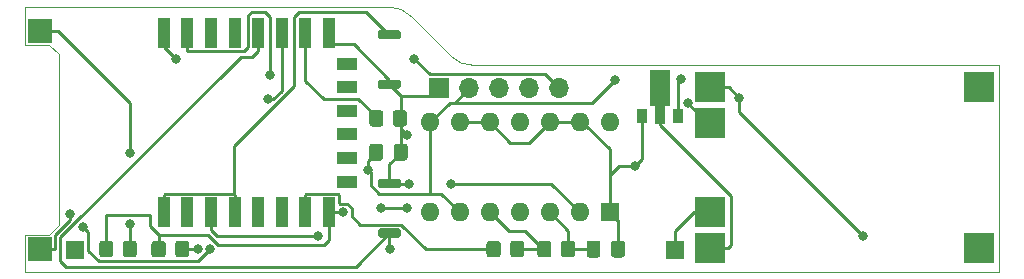
<source format=gbr>
%TF.GenerationSoftware,KiCad,Pcbnew,(5.1.7)-1*%
%TF.CreationDate,2021-10-09T11:13:05+02:00*%
%TF.ProjectId,window-sensor,77696e64-6f77-42d7-9365-6e736f722e6b,rev?*%
%TF.SameCoordinates,PX7270e00PY57bcf00*%
%TF.FileFunction,Copper,L1,Top*%
%TF.FilePolarity,Positive*%
%FSLAX46Y46*%
G04 Gerber Fmt 4.6, Leading zero omitted, Abs format (unit mm)*
G04 Created by KiCad (PCBNEW (5.1.7)-1) date 2021-10-09 11:13:05*
%MOMM*%
%LPD*%
G01*
G04 APERTURE LIST*
%TA.AperFunction,Profile*%
%ADD10C,0.050000*%
%TD*%
%TA.AperFunction,ComponentPad*%
%ADD11O,1.600000X1.600000*%
%TD*%
%TA.AperFunction,ComponentPad*%
%ADD12R,1.600000X1.600000*%
%TD*%
%TA.AperFunction,ComponentPad*%
%ADD13O,1.700000X1.700000*%
%TD*%
%TA.AperFunction,ComponentPad*%
%ADD14R,1.700000X1.700000*%
%TD*%
%TA.AperFunction,SMDPad,CuDef*%
%ADD15R,1.000000X2.500000*%
%TD*%
%TA.AperFunction,SMDPad,CuDef*%
%ADD16R,1.800000X1.000000*%
%TD*%
%TA.AperFunction,ComponentPad*%
%ADD17R,1.500000X1.500000*%
%TD*%
%TA.AperFunction,SMDPad,CuDef*%
%ADD18R,2.540000X2.540000*%
%TD*%
%TA.AperFunction,SMDPad,CuDef*%
%ADD19R,2.000000X2.000000*%
%TD*%
%TA.AperFunction,SMDPad,CuDef*%
%ADD20C,0.100000*%
%TD*%
%TA.AperFunction,SMDPad,CuDef*%
%ADD21R,0.900000X1.300000*%
%TD*%
%TA.AperFunction,ViaPad*%
%ADD22C,0.800000*%
%TD*%
%TA.AperFunction,Conductor*%
%ADD23C,0.250000*%
%TD*%
G04 APERTURE END LIST*
D10*
X-4900000Y-4100000D02*
X-4100000Y-4900000D01*
X-4900000Y-20200000D02*
X-4100000Y-19400000D01*
X-7000000Y-23300000D02*
X-7000000Y-20200000D01*
X-4900000Y-20200000D02*
X-7000000Y-20200000D01*
X-4100000Y-4900000D02*
X-4100000Y-19400000D01*
X-7000000Y-4100000D02*
X-4900000Y-4100000D01*
X23900000Y-900000D02*
G75*
G02*
X25770760Y-1744841I-59239J-2624840D01*
G01*
X30817250Y-5799023D02*
G75*
G02*
X29210000Y-5150000I-107250J2049023D01*
G01*
X30817250Y-5799024D02*
X75500000Y-5800000D01*
X25770760Y-1744841D02*
X29210000Y-5150000D01*
X-7000000Y-4100000D02*
X-7000000Y-900000D01*
X75500000Y-23300000D02*
X-7000000Y-23300000D01*
X75500000Y-5800000D02*
X75500000Y-23300000D01*
X-7000000Y-900000D02*
X23900000Y-900000D01*
D11*
%TO.P,U3,14*%
%TO.N,+3V3*%
X27300000Y-10680000D03*
D12*
%TO.P,U3,7*%
%TO.N,GND*%
X42540000Y-18300000D03*
D11*
%TO.P,U3,13*%
%TO.N,N/C*%
X29840000Y-10680000D03*
%TO.P,U3,6*%
%TO.N,EN*%
X40000000Y-18300000D03*
%TO.P,U3,12*%
%TO.N,N/C*%
X32380000Y-10680000D03*
%TO.P,U3,5*%
%TO.N,Net-(100nF-1-Pad1)*%
X37460000Y-18300000D03*
%TO.P,U3,11*%
%TO.N,N/C*%
X34920000Y-10680000D03*
%TO.P,U3,4*%
%TO.N,Net-(1M-1-Pad2)*%
X34920000Y-18300000D03*
%TO.P,U3,10*%
%TO.N,N/C*%
X37460000Y-10680000D03*
%TO.P,U3,3*%
%TO.N,Net-(10k-1-Pad2)*%
X32380000Y-18300000D03*
%TO.P,U3,9*%
%TO.N,GND*%
X40000000Y-10680000D03*
%TO.P,U3,2*%
%TO.N,+3V3*%
X29840000Y-18300000D03*
%TO.P,U3,8*%
%TO.N,N/C*%
X42540000Y-10680000D03*
%TO.P,U3,1*%
%TO.N,Net-(1M-1-Pad2)*%
X27300000Y-18300000D03*
%TD*%
D13*
%TO.P,J1,5*%
%TO.N,Net-(ESP-12E1-Pad22)*%
X38220000Y-7800000D03*
%TO.P,J1,4*%
%TO.N,Net-(ESP-12E1-Pad21)*%
X35680000Y-7800000D03*
%TO.P,J1,3*%
%TO.N,Net-(ESP-12E1-Pad18)*%
X33140000Y-7800000D03*
%TO.P,J1,2*%
%TO.N,+3V3*%
X30600000Y-7800000D03*
D14*
%TO.P,J1,1*%
%TO.N,GND*%
X28060000Y-7800000D03*
%TD*%
%TO.P,100nF-1,2*%
%TO.N,GND*%
%TA.AperFunction,SMDPad,CuDef*%
G36*
G01*
X42650000Y-21875000D02*
X42650000Y-20925000D01*
G75*
G02*
X42900000Y-20675000I250000J0D01*
G01*
X43575000Y-20675000D01*
G75*
G02*
X43825000Y-20925000I0J-250000D01*
G01*
X43825000Y-21875000D01*
G75*
G02*
X43575000Y-22125000I-250000J0D01*
G01*
X42900000Y-22125000D01*
G75*
G02*
X42650000Y-21875000I0J250000D01*
G01*
G37*
%TD.AperFunction*%
%TO.P,100nF-1,1*%
%TO.N,Net-(100nF-1-Pad1)*%
%TA.AperFunction,SMDPad,CuDef*%
G36*
G01*
X40575000Y-21875000D02*
X40575000Y-20925000D01*
G75*
G02*
X40825000Y-20675000I250000J0D01*
G01*
X41500000Y-20675000D01*
G75*
G02*
X41750000Y-20925000I0J-250000D01*
G01*
X41750000Y-21875000D01*
G75*
G02*
X41500000Y-22125000I-250000J0D01*
G01*
X40825000Y-22125000D01*
G75*
G02*
X40575000Y-21875000I0J250000D01*
G01*
G37*
%TD.AperFunction*%
%TD*%
D15*
%TO.P,ESP-12E1,22*%
%TO.N,Net-(ESP-12E1-Pad22)*%
X4770000Y-3090000D03*
%TO.P,ESP-12E1,21*%
%TO.N,Net-(ESP-12E1-Pad21)*%
X6770000Y-3090000D03*
%TO.P,ESP-12E1,20*%
%TO.N,Net-(ESP-12E1-Pad20)*%
X8770000Y-3090000D03*
%TO.P,ESP-12E1,19*%
%TO.N,Net-(ESP-12E1-Pad19)*%
X10770000Y-3090000D03*
%TO.P,ESP-12E1,18*%
%TO.N,Net-(ESP-12E1-Pad18)*%
X12770000Y-3090000D03*
%TO.P,ESP-12E1,17*%
%TO.N,Net-(10k-3-Pad1)*%
X14770000Y-3090000D03*
%TO.P,ESP-12E1,16*%
%TO.N,Net-(10k-4-Pad2)*%
X16770000Y-3090000D03*
%TO.P,ESP-12E1,15*%
%TO.N,GND*%
X18770000Y-3090000D03*
D16*
%TO.P,ESP-12E1,14*%
%TO.N,Net-(ESP-12E1-Pad14)*%
X20270000Y-5690000D03*
%TO.P,ESP-12E1,13*%
%TO.N,Net-(ESP-12E1-Pad13)*%
X20270000Y-7690000D03*
%TO.P,ESP-12E1,12*%
%TO.N,Net-(ESP-12E1-Pad12)*%
X20270000Y-9690000D03*
%TO.P,ESP-12E1,11*%
%TO.N,Net-(ESP-12E1-Pad11)*%
X20270000Y-11690000D03*
%TO.P,ESP-12E1,10*%
%TO.N,Net-(ESP-12E1-Pad10)*%
X20270000Y-13690000D03*
%TO.P,ESP-12E1,9*%
%TO.N,Net-(ESP-12E1-Pad9)*%
X20270000Y-15690000D03*
D15*
%TO.P,ESP-12E1,8*%
%TO.N,+3V3*%
X18770000Y-18290000D03*
%TO.P,ESP-12E1,7*%
%TO.N,GPIO13*%
X16770000Y-18290000D03*
%TO.P,ESP-12E1,6*%
%TO.N,Net-(ESP-12E1-Pad6)*%
X14770000Y-18290000D03*
%TO.P,ESP-12E1,5*%
%TO.N,Net-(ESP-12E1-Pad5)*%
X12770000Y-18290000D03*
%TO.P,ESP-12E1,4*%
%TO.N,Net-(ESP-12E1-Pad1)*%
X10770000Y-18290000D03*
%TO.P,ESP-12E1,3*%
%TO.N,EN*%
X8770000Y-18290000D03*
%TO.P,ESP-12E1,2*%
%TO.N,Net-(ESP-12E1-Pad2)*%
X6770000Y-18290000D03*
%TO.P,ESP-12E1,1*%
%TO.N,Net-(ESP-12E1-Pad1)*%
X4770000Y-18290000D03*
%TD*%
D17*
%TO.P,GND,1*%
%TO.N,GND1*%
X-2700000Y-21500000D03*
%TD*%
%TO.P,3V7,1*%
%TO.N,+3V8*%
X48100000Y-21500000D03*
%TD*%
D18*
%TO.P,TP4056,+*%
%TO.N,N/C*%
X73800000Y-21300000D03*
%TO.P,TP4056,-*%
X73800000Y-7700000D03*
%TO.P,TP4056,OUT+*%
%TO.N,+3V8*%
X51000000Y-21300000D03*
%TO.P,TP4056,B+*%
X51000000Y-18300000D03*
%TO.P,TP4056,B-*%
%TO.N,GND1*%
X51000000Y-10700000D03*
%TO.P,TP4056,OUT-*%
%TO.N,GND*%
X51000000Y-7700000D03*
%TD*%
%TO.P,10k-3,2*%
%TO.N,+3V3*%
%TA.AperFunction,SMDPad,CuDef*%
G36*
G01*
X4933333Y-20949999D02*
X4933333Y-21850001D01*
G75*
G02*
X4683334Y-22100000I-249999J0D01*
G01*
X3983332Y-22100000D01*
G75*
G02*
X3733333Y-21850001I0J249999D01*
G01*
X3733333Y-20949999D01*
G75*
G02*
X3983332Y-20700000I249999J0D01*
G01*
X4683334Y-20700000D01*
G75*
G02*
X4933333Y-20949999I0J-249999D01*
G01*
G37*
%TD.AperFunction*%
%TO.P,10k-3,1*%
%TO.N,Net-(10k-3-Pad1)*%
%TA.AperFunction,SMDPad,CuDef*%
G36*
G01*
X6933333Y-20949999D02*
X6933333Y-21850001D01*
G75*
G02*
X6683334Y-22100000I-249999J0D01*
G01*
X5983332Y-22100000D01*
G75*
G02*
X5733333Y-21850001I0J249999D01*
G01*
X5733333Y-20949999D01*
G75*
G02*
X5983332Y-20700000I249999J0D01*
G01*
X6683334Y-20700000D01*
G75*
G02*
X6933333Y-20949999I0J-249999D01*
G01*
G37*
%TD.AperFunction*%
%TD*%
%TO.P,FLASH1,1*%
%TO.N,Net-(ESP-12E1-Pad18)*%
%TA.AperFunction,SMDPad,CuDef*%
G36*
G01*
X24680000Y-20450000D02*
X23080000Y-20450000D01*
G75*
G02*
X22880000Y-20250000I0J200000D01*
G01*
X22880000Y-19850000D01*
G75*
G02*
X23080000Y-19650000I200000J0D01*
G01*
X24680000Y-19650000D01*
G75*
G02*
X24880000Y-19850000I0J-200000D01*
G01*
X24880000Y-20250000D01*
G75*
G02*
X24680000Y-20450000I-200000J0D01*
G01*
G37*
%TD.AperFunction*%
%TO.P,FLASH1,2*%
%TO.N,GND*%
%TA.AperFunction,SMDPad,CuDef*%
G36*
G01*
X24680000Y-16250000D02*
X23080000Y-16250000D01*
G75*
G02*
X22880000Y-16050000I0J200000D01*
G01*
X22880000Y-15650000D01*
G75*
G02*
X23080000Y-15450000I200000J0D01*
G01*
X24680000Y-15450000D01*
G75*
G02*
X24880000Y-15650000I0J-200000D01*
G01*
X24880000Y-16050000D01*
G75*
G02*
X24680000Y-16250000I-200000J0D01*
G01*
G37*
%TD.AperFunction*%
%TD*%
%TO.P,RESET1,1*%
%TO.N,GND*%
%TA.AperFunction,SMDPad,CuDef*%
G36*
G01*
X24680000Y-7850000D02*
X23080000Y-7850000D01*
G75*
G02*
X22880000Y-7650000I0J200000D01*
G01*
X22880000Y-7250000D01*
G75*
G02*
X23080000Y-7050000I200000J0D01*
G01*
X24680000Y-7050000D01*
G75*
G02*
X24880000Y-7250000I0J-200000D01*
G01*
X24880000Y-7650000D01*
G75*
G02*
X24680000Y-7850000I-200000J0D01*
G01*
G37*
%TD.AperFunction*%
%TO.P,RESET1,2*%
%TO.N,Net-(ESP-12E1-Pad1)*%
%TA.AperFunction,SMDPad,CuDef*%
G36*
G01*
X24680000Y-3650000D02*
X23080000Y-3650000D01*
G75*
G02*
X22880000Y-3450000I0J200000D01*
G01*
X22880000Y-3050000D01*
G75*
G02*
X23080000Y-2850000I200000J0D01*
G01*
X24680000Y-2850000D01*
G75*
G02*
X24880000Y-3050000I0J-200000D01*
G01*
X24880000Y-3450000D01*
G75*
G02*
X24680000Y-3650000I-200000J0D01*
G01*
G37*
%TD.AperFunction*%
%TD*%
D19*
%TO.P,REED1,1*%
%TO.N,GND*%
X-5700000Y-21360000D03*
%TO.P,REED1,2*%
%TO.N,Net-(1M-1-Pad2)*%
X-5700000Y-2920000D03*
%TD*%
%TO.P,10k-2,1*%
%TO.N,Net-(100nF-1-Pad1)*%
%TA.AperFunction,SMDPad,CuDef*%
G36*
G01*
X39600000Y-20949999D02*
X39600000Y-21850001D01*
G75*
G02*
X39350001Y-22100000I-249999J0D01*
G01*
X38649999Y-22100000D01*
G75*
G02*
X38400000Y-21850001I0J249999D01*
G01*
X38400000Y-20949999D01*
G75*
G02*
X38649999Y-20700000I249999J0D01*
G01*
X39350001Y-20700000D01*
G75*
G02*
X39600000Y-20949999I0J-249999D01*
G01*
G37*
%TD.AperFunction*%
%TO.P,10k-2,2*%
%TO.N,Net-(10k-1-Pad2)*%
%TA.AperFunction,SMDPad,CuDef*%
G36*
G01*
X37600000Y-20949999D02*
X37600000Y-21850001D01*
G75*
G02*
X37350001Y-22100000I-249999J0D01*
G01*
X36649999Y-22100000D01*
G75*
G02*
X36400000Y-21850001I0J249999D01*
G01*
X36400000Y-20949999D01*
G75*
G02*
X36649999Y-20700000I249999J0D01*
G01*
X37350001Y-20700000D01*
G75*
G02*
X37600000Y-20949999I0J-249999D01*
G01*
G37*
%TD.AperFunction*%
%TD*%
%TO.P,10k-1,1*%
%TO.N,GPIO13*%
%TA.AperFunction,SMDPad,CuDef*%
G36*
G01*
X32100000Y-21850001D02*
X32100000Y-20949999D01*
G75*
G02*
X32349999Y-20700000I249999J0D01*
G01*
X33050001Y-20700000D01*
G75*
G02*
X33300000Y-20949999I0J-249999D01*
G01*
X33300000Y-21850001D01*
G75*
G02*
X33050001Y-22100000I-249999J0D01*
G01*
X32349999Y-22100000D01*
G75*
G02*
X32100000Y-21850001I0J249999D01*
G01*
G37*
%TD.AperFunction*%
%TO.P,10k-1,2*%
%TO.N,Net-(10k-1-Pad2)*%
%TA.AperFunction,SMDPad,CuDef*%
G36*
G01*
X34100000Y-21850001D02*
X34100000Y-20949999D01*
G75*
G02*
X34349999Y-20700000I249999J0D01*
G01*
X35050001Y-20700000D01*
G75*
G02*
X35300000Y-20949999I0J-249999D01*
G01*
X35300000Y-21850001D01*
G75*
G02*
X35050001Y-22100000I-249999J0D01*
G01*
X34349999Y-22100000D01*
G75*
G02*
X34100000Y-21850001I0J249999D01*
G01*
G37*
%TD.AperFunction*%
%TD*%
%TO.P,1M-1,1*%
%TO.N,+3V3*%
%TA.AperFunction,SMDPad,CuDef*%
G36*
G01*
X-700000Y-21850001D02*
X-700000Y-20949999D01*
G75*
G02*
X-450001Y-20700000I249999J0D01*
G01*
X250001Y-20700000D01*
G75*
G02*
X500000Y-20949999I0J-249999D01*
G01*
X500000Y-21850001D01*
G75*
G02*
X250001Y-22100000I-249999J0D01*
G01*
X-450001Y-22100000D01*
G75*
G02*
X-700000Y-21850001I0J249999D01*
G01*
G37*
%TD.AperFunction*%
%TO.P,1M-1,2*%
%TO.N,Net-(1M-1-Pad2)*%
%TA.AperFunction,SMDPad,CuDef*%
G36*
G01*
X1300000Y-21850001D02*
X1300000Y-20949999D01*
G75*
G02*
X1549999Y-20700000I249999J0D01*
G01*
X2250001Y-20700000D01*
G75*
G02*
X2500000Y-20949999I0J-249999D01*
G01*
X2500000Y-21850001D01*
G75*
G02*
X2250001Y-22100000I-249999J0D01*
G01*
X1549999Y-22100000D01*
G75*
G02*
X1300000Y-21850001I0J249999D01*
G01*
G37*
%TD.AperFunction*%
%TD*%
%TA.AperFunction,SMDPad,CuDef*%
D20*
%TO.P,HT7333,2*%
%TO.N,+3V8*%
G36*
X47666500Y-6200000D02*
G01*
X47666500Y-9325000D01*
X47250000Y-9325000D01*
X47250000Y-10800000D01*
X46350000Y-10800000D01*
X46350000Y-9325000D01*
X45933500Y-9325000D01*
X45933500Y-6200000D01*
X47666500Y-6200000D01*
G37*
%TD.AperFunction*%
D21*
%TO.P,HT7333,3*%
%TO.N,+3V3*%
X48300000Y-10150000D03*
%TO.P,HT7333,1*%
%TO.N,GND*%
X45300000Y-10150000D03*
%TD*%
%TO.P,10k-4,2*%
%TO.N,Net-(10k-4-Pad2)*%
%TA.AperFunction,SMDPad,CuDef*%
G36*
G01*
X23370000Y-9883332D02*
X23370000Y-10783334D01*
G75*
G02*
X23120001Y-11033333I-249999J0D01*
G01*
X22419999Y-11033333D01*
G75*
G02*
X22170000Y-10783334I0J249999D01*
G01*
X22170000Y-9883332D01*
G75*
G02*
X22419999Y-9633333I249999J0D01*
G01*
X23120001Y-9633333D01*
G75*
G02*
X23370000Y-9883332I0J-249999D01*
G01*
G37*
%TD.AperFunction*%
%TO.P,10k-4,1*%
%TO.N,GND*%
%TA.AperFunction,SMDPad,CuDef*%
G36*
G01*
X25370000Y-9883332D02*
X25370000Y-10783334D01*
G75*
G02*
X25120001Y-11033333I-249999J0D01*
G01*
X24419999Y-11033333D01*
G75*
G02*
X24170000Y-10783334I0J249999D01*
G01*
X24170000Y-9883332D01*
G75*
G02*
X24419999Y-9633333I249999J0D01*
G01*
X25120001Y-9633333D01*
G75*
G02*
X25370000Y-9883332I0J-249999D01*
G01*
G37*
%TD.AperFunction*%
%TD*%
%TO.P,100nF-2,1*%
%TO.N,+3V3*%
%TA.AperFunction,SMDPad,CuDef*%
G36*
G01*
X22175000Y-13671666D02*
X22175000Y-12721666D01*
G75*
G02*
X22425000Y-12471666I250000J0D01*
G01*
X23100000Y-12471666D01*
G75*
G02*
X23350000Y-12721666I0J-250000D01*
G01*
X23350000Y-13671666D01*
G75*
G02*
X23100000Y-13921666I-250000J0D01*
G01*
X22425000Y-13921666D01*
G75*
G02*
X22175000Y-13671666I0J250000D01*
G01*
G37*
%TD.AperFunction*%
%TO.P,100nF-2,2*%
%TO.N,GND*%
%TA.AperFunction,SMDPad,CuDef*%
G36*
G01*
X24250000Y-13671666D02*
X24250000Y-12721666D01*
G75*
G02*
X24500000Y-12471666I250000J0D01*
G01*
X25175000Y-12471666D01*
G75*
G02*
X25425000Y-12721666I0J-250000D01*
G01*
X25425000Y-13671666D01*
G75*
G02*
X25175000Y-13921666I-250000J0D01*
G01*
X24500000Y-13921666D01*
G75*
G02*
X24250000Y-13671666I0J250000D01*
G01*
G37*
%TD.AperFunction*%
%TD*%
D22*
%TO.N,GND*%
X8700000Y-21400000D03*
X64000000Y-20300000D03*
X53500000Y-8599996D03*
X25400004Y-11700004D03*
X44700000Y-14400000D03*
X-3200000Y-18400000D03*
X-2062660Y-19537340D03*
X25499998Y-15900000D03*
%TO.N,EN*%
X17800000Y-20300000D03*
X25400000Y-17900000D03*
X23200000Y-17900000D03*
X29100000Y-15900000D03*
%TO.N,GND1*%
X49133967Y-9038932D03*
%TO.N,Net-(ESP-12E1-Pad22)*%
X5800000Y-5300000D03*
X25999976Y-5300000D03*
%TO.N,Net-(ESP-12E1-Pad21)*%
X13800000Y-6625010D03*
%TO.N,Net-(ESP-12E1-Pad18)*%
X23900000Y-21400000D03*
%TO.N,Net-(10k-3-Pad1)*%
X13568855Y-8691353D03*
X7687340Y-21387340D03*
%TO.N,Net-(1M-1-Pad2)*%
X1900000Y-19300000D03*
X1900000Y-13300000D03*
%TO.N,+3V3*%
X22100000Y-14700000D03*
X42949997Y-7049997D03*
X48599998Y-7000000D03*
X19964680Y-18290004D03*
%TD*%
D23*
%TO.N,*%
X29840000Y-10680000D02*
X32380000Y-10680000D01*
X32380000Y-10680000D02*
X34100000Y-12400000D01*
X35740000Y-12400000D02*
X37460000Y-10680000D01*
X34100000Y-12400000D02*
X35740000Y-12400000D01*
X37460000Y-10680000D02*
X40000000Y-10680000D01*
X40000000Y-10680000D02*
X40000000Y-10700000D01*
X73800000Y-7700000D02*
X74000000Y-7700000D01*
%TO.N,+3V8*%
X51000000Y-18200000D02*
X49800000Y-18200000D01*
X49700000Y-18300000D02*
X51000000Y-18300000D01*
X48100000Y-19900000D02*
X49700000Y-18300000D01*
X48100000Y-19900000D02*
X48100000Y-21500000D01*
X46474999Y-9387501D02*
X47362500Y-8500000D01*
X46800000Y-10926996D02*
X46800000Y-10062500D01*
X52800000Y-16926996D02*
X46800000Y-10926996D01*
X52520000Y-21300000D02*
X52800000Y-21020000D01*
X52800000Y-21020000D02*
X52800000Y-16926996D01*
X51000000Y-21300000D02*
X52520000Y-21300000D01*
%TO.N,GND*%
X24880000Y-8450000D02*
X24880000Y-10333333D01*
X23880000Y-7450000D02*
X24880000Y-8450000D01*
X24880000Y-13159166D02*
X24917500Y-13196666D01*
X24880000Y-10333333D02*
X24880000Y-13159166D01*
X23880000Y-7450000D02*
X23854999Y-7475001D01*
X64000000Y-20300000D02*
X53500000Y-9800000D01*
X53500000Y-9800000D02*
X53500000Y-8599996D01*
X52600004Y-7700000D02*
X53500000Y-8599996D01*
X51000000Y-7700000D02*
X52600004Y-7700000D01*
X23880000Y-15850000D02*
X24550000Y-15850000D01*
X27330000Y-8450000D02*
X28060000Y-7720000D01*
X24880000Y-8450000D02*
X27330000Y-8450000D01*
X24880000Y-11180000D02*
X25400004Y-11700004D01*
X24880000Y-10333333D02*
X24880000Y-11180000D01*
X45300000Y-10150000D02*
X45300000Y-13800000D01*
X45300000Y-13800000D02*
X44700000Y-14400000D01*
X42540000Y-15160000D02*
X43300000Y-14400000D01*
X43300000Y-14400000D02*
X44700000Y-14400000D01*
X23880000Y-14234166D02*
X24917500Y-13196666D01*
X23880000Y-15850000D02*
X23880000Y-14234166D01*
X-740675Y-22425010D02*
X-1612661Y-21553024D01*
X-1612661Y-21553024D02*
X-1612661Y-19987339D01*
X7674990Y-22425010D02*
X-740675Y-22425010D01*
X-1612661Y-19987339D02*
X-2062660Y-19537340D01*
X8700000Y-21400000D02*
X7674990Y-22425010D01*
X-4425011Y-21335011D02*
X-4425010Y-20203598D01*
X-4450000Y-21360000D02*
X-4425011Y-21335011D01*
X-5700000Y-21360000D02*
X-4450000Y-21360000D01*
X-3200000Y-18978588D02*
X-3200000Y-18400000D01*
X-4425010Y-20203598D02*
X-3200000Y-18978588D01*
X23880000Y-15850000D02*
X25449998Y-15850000D01*
X25449998Y-15850000D02*
X25499998Y-15900000D01*
X20850000Y-4050000D02*
X18770000Y-4050000D01*
X23880000Y-7080000D02*
X20850000Y-4050000D01*
X23880000Y-7450000D02*
X23880000Y-7080000D01*
X43237500Y-18997500D02*
X42540000Y-18300000D01*
X43237500Y-21400000D02*
X43237500Y-18997500D01*
X42540000Y-15160000D02*
X42540000Y-18300000D01*
X42540000Y-12956390D02*
X40450010Y-10866400D01*
X42540000Y-18300000D02*
X42540000Y-12956390D01*
%TO.N,EN*%
X9280000Y-20300000D02*
X17800000Y-20300000D01*
X8770000Y-19790000D02*
X9280000Y-20300000D01*
X8770000Y-18290000D02*
X8770000Y-19790000D01*
X25400000Y-17900000D02*
X23200000Y-17900000D01*
X40000000Y-18300000D02*
X37600000Y-15900000D01*
X37600000Y-15900000D02*
X29100000Y-15900000D01*
%TO.N,GPIO13*%
X16845001Y-16714999D02*
X16770000Y-16790000D01*
X19530001Y-16714999D02*
X16845001Y-16714999D01*
X19595001Y-17495001D02*
X19595001Y-16779999D01*
X20312681Y-17565003D02*
X19665003Y-17565003D01*
X19595001Y-16779999D02*
X19530001Y-16714999D01*
X20689681Y-17942003D02*
X20312681Y-17565003D01*
X20689681Y-18589681D02*
X20689681Y-17942003D01*
X19665003Y-17565003D02*
X19595001Y-17495001D01*
X21424990Y-19324990D02*
X20689681Y-18589681D01*
X16770000Y-16790000D02*
X16770000Y-18290000D01*
X24897468Y-19324990D02*
X21424990Y-19324990D01*
X26972478Y-21400000D02*
X24897468Y-19324990D01*
X32700000Y-21400000D02*
X26972478Y-21400000D01*
%TO.N,GND1*%
X50795035Y-10700000D02*
X49133967Y-9038932D01*
X51000000Y-10700000D02*
X50795035Y-10700000D01*
%TO.N,Net-(ESP-12E1-Pad22)*%
X4770000Y-4270000D02*
X5800000Y-5300000D01*
X4770000Y-3090000D02*
X4770000Y-4270000D01*
X4770000Y-2754998D02*
X4770000Y-3090000D01*
X37020000Y-6600000D02*
X27299976Y-6600000D01*
X38220000Y-7800000D02*
X37020000Y-6600000D01*
X27299976Y-6600000D02*
X25999976Y-5300000D01*
%TO.N,Net-(ESP-12E1-Pad21)*%
X12224998Y-1300000D02*
X13315002Y-1300000D01*
X6770000Y-3090000D02*
X6770000Y-4590000D01*
X13315002Y-1300000D02*
X13800000Y-1784998D01*
X6770000Y-4590000D02*
X6845001Y-4665001D01*
X6845001Y-4665001D02*
X11530001Y-4665001D01*
X11530001Y-4665001D02*
X11944999Y-4250003D01*
X11944999Y-4250003D02*
X11944999Y-1579999D01*
X11944999Y-1579999D02*
X12224998Y-1300000D01*
X13800000Y-1784998D02*
X13800000Y-6625010D01*
%TO.N,Net-(ESP-12E1-Pad18)*%
X-3975001Y-22410001D02*
X-3509982Y-22875020D01*
X12770000Y-3090000D02*
X12770000Y-4590000D01*
X-3509982Y-22875020D02*
X21054980Y-22875020D01*
X12770000Y-4590000D02*
X12244988Y-5115012D01*
X11299988Y-5115012D02*
X-3975001Y-20389999D01*
X-3975001Y-20389999D02*
X-3975001Y-22410001D01*
X12244988Y-5115012D02*
X11299988Y-5115012D01*
X23880000Y-20050000D02*
X23880000Y-21380000D01*
X23880000Y-21380000D02*
X23900000Y-21400000D01*
X21054980Y-22875020D02*
X23880000Y-20050000D01*
%TO.N,Net-(ESP-12E1-Pad1)*%
X10770000Y-16790000D02*
X10770000Y-18290000D01*
X10694999Y-16714999D02*
X10770000Y-16790000D01*
X4845001Y-16714999D02*
X10694999Y-16714999D01*
X4770000Y-16790000D02*
X4845001Y-16714999D01*
X4770000Y-18290000D02*
X4770000Y-16790000D01*
X16224998Y-1300000D02*
X21930000Y-1300000D01*
X21930000Y-1300000D02*
X23880000Y-3250000D01*
X15800000Y-1724998D02*
X16224998Y-1300000D01*
X15800000Y-7600000D02*
X15800000Y-1724998D01*
X10694999Y-12705001D02*
X15800000Y-7600000D01*
X10694999Y-16714999D02*
X10694999Y-12705001D01*
%TO.N,Net-(100nF-1-Pad1)*%
X41162500Y-21400000D02*
X39000000Y-21400000D01*
X39000000Y-19840000D02*
X39000000Y-21400000D01*
X37460000Y-18300000D02*
X39000000Y-19840000D01*
%TO.N,Net-(10k-1-Pad2)*%
X34700000Y-21400000D02*
X37000000Y-21400000D01*
X33980000Y-19900000D02*
X32380000Y-18300000D01*
X35400000Y-19900000D02*
X33980000Y-19900000D01*
X36900000Y-21400000D02*
X35400000Y-19900000D01*
X37000000Y-21400000D02*
X36900000Y-21400000D01*
%TO.N,Net-(10k-3-Pad1)*%
X14065789Y-8691353D02*
X13568855Y-8691353D01*
X14770000Y-7987142D02*
X14065789Y-8691353D01*
X14770000Y-3090000D02*
X14770000Y-7987142D01*
X6333333Y-21400000D02*
X7674680Y-21400000D01*
X7674680Y-21400000D02*
X7687340Y-21387340D01*
%TO.N,Net-(10k-4-Pad2)*%
X18334998Y-8700000D02*
X16770000Y-7135002D01*
X21246667Y-8700000D02*
X18334998Y-8700000D01*
X16770000Y-7135002D02*
X16770000Y-4050000D01*
X22880000Y-10333333D02*
X21246667Y-8700000D01*
%TO.N,Net-(1M-1-Pad2)*%
X1900000Y-19300000D02*
X1900000Y-21400000D01*
X1900000Y-9000000D02*
X1900000Y-13300000D01*
X-4180000Y-2920000D02*
X1900000Y-9000000D01*
X-5700000Y-2920000D02*
X-4180000Y-2920000D01*
%TO.N,+3V3*%
X29319999Y-9000001D02*
X40999993Y-9000001D01*
X40999993Y-9000001D02*
X42949997Y-7049997D01*
X48300000Y-7299998D02*
X48599998Y-7000000D01*
X48300000Y-10150000D02*
X48300000Y-7299998D01*
X29319999Y-9000001D02*
X29399999Y-9000001D01*
X27300000Y-10680000D02*
X27640000Y-10680000D01*
X28979999Y-9000001D02*
X29319999Y-9000001D01*
X27300000Y-10680000D02*
X28979999Y-9000001D01*
X22842500Y-13196666D02*
X22554990Y-13484176D01*
X29399999Y-9000001D02*
X30600000Y-7800000D01*
X18770000Y-18290000D02*
X19964676Y-18290000D01*
X19964676Y-18290000D02*
X19964680Y-18290004D01*
X22100000Y-13939166D02*
X22842500Y-13196666D01*
X22100000Y-14700000D02*
X22100000Y-13939166D01*
X27300000Y-10680000D02*
X27300000Y-16700000D01*
X22300000Y-14900000D02*
X22100000Y-14700000D01*
X22300000Y-16012478D02*
X22300000Y-14900000D01*
X22987522Y-16700000D02*
X22300000Y-16012478D01*
X27300000Y-16700000D02*
X22987522Y-16700000D01*
X28240000Y-16700000D02*
X27300000Y-16700000D01*
X29840000Y-18300000D02*
X28240000Y-16700000D01*
X4333333Y-20200000D02*
X4333333Y-21400000D01*
X3600000Y-19466667D02*
X4333333Y-20200000D01*
X-100000Y-18500000D02*
X3600000Y-18500000D01*
X3600000Y-18500000D02*
X3600000Y-19466667D01*
X-100000Y-21400000D02*
X-100000Y-18500000D01*
X18770000Y-20600000D02*
X18770000Y-18290000D01*
X18344999Y-21025001D02*
X18770000Y-20600000D01*
X9368590Y-21025001D02*
X18344999Y-21025001D01*
X8543589Y-20200000D02*
X9368590Y-21025001D01*
X4333333Y-20200000D02*
X8543589Y-20200000D01*
%TD*%
M02*

</source>
